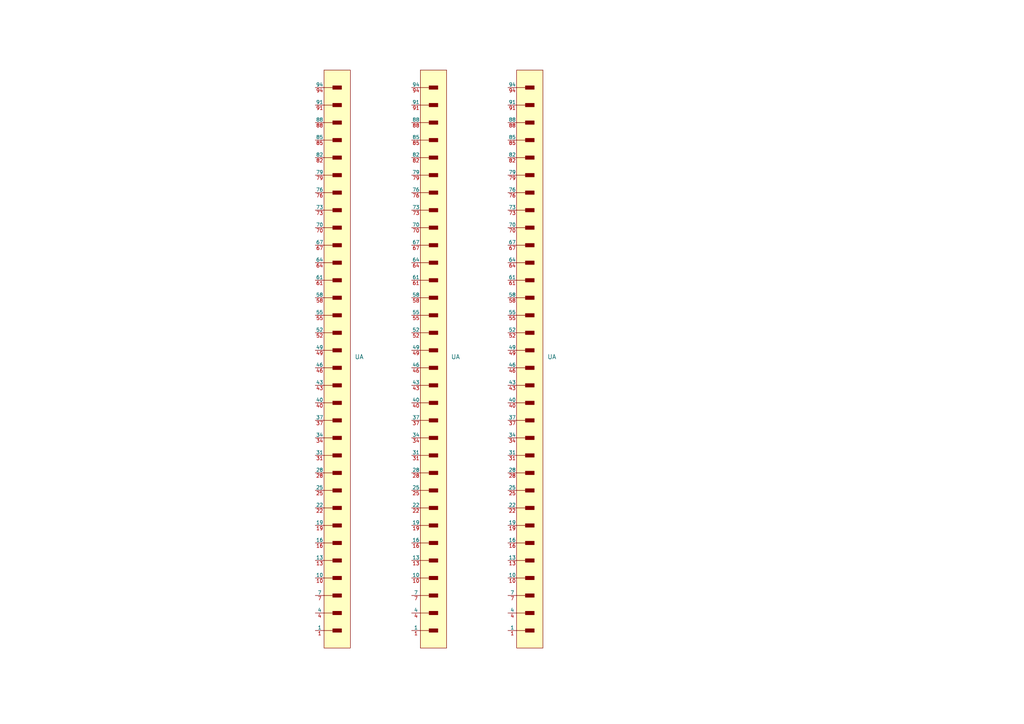
<source format=kicad_sch>
(kicad_sch (version 20220404) (generator eeschema)
  (paper "A4")
  (lib_symbols
    (symbol "09032967825:09032967825" (pin_names (offset 0))
      (property "Reference" "J" (at 0 7.62 0))
      (property "Value" "09032967825" (at 0 10.16 0))
      (symbol "09032967825_1_1"
        (rectangle (start -12.7 5.08) (end -5.08 -162.56) (fill (type background)))
        (rectangle (start -10.16 -156.972) (end -7.62 -157.988) (fill (type outline)))
        (rectangle (start -10.16 -151.892) (end -7.62 -152.908) (fill (type outline)))
        (rectangle (start -10.16 -146.812) (end -7.62 -147.828) (fill (type outline)))
        (rectangle (start -10.16 -141.732) (end -7.62 -142.748) (fill (type outline)))
        (rectangle (start -10.16 -136.652) (end -7.62 -137.668) (fill (type outline)))
        (rectangle (start -10.16 -131.572) (end -7.62 -132.588) (fill (type outline)))
        (rectangle (start -10.16 -126.492) (end -7.62 -127.508) (fill (type outline)))
        (rectangle (start -10.16 -121.412) (end -7.62 -122.428) (fill (type outline)))
        (rectangle (start -10.16 -116.332) (end -7.62 -117.348) (fill (type outline)))
        (rectangle (start -10.16 -111.252) (end -7.62 -112.268) (fill (type outline)))
        (rectangle (start -10.16 -106.172) (end -7.62 -107.188) (fill (type outline)))
        (rectangle (start -10.16 -101.092) (end -7.62 -102.108) (fill (type outline)))
        (rectangle (start -10.16 -96.012) (end -7.62 -97.028) (fill (type outline)))
        (rectangle (start -10.16 -90.932) (end -7.62 -91.948) (fill (type outline)))
        (rectangle (start -10.16 -85.852) (end -7.62 -86.868) (fill (type outline)))
        (rectangle (start -10.16 -80.772) (end -7.62 -81.788) (fill (type outline)))
        (rectangle (start -10.16 -75.692) (end -7.62 -76.708) (fill (type outline)))
        (rectangle (start -10.16 -70.612) (end -7.62 -71.628) (fill (type outline)))
        (rectangle (start -10.16 -65.532) (end -7.62 -66.548) (fill (type outline)))
        (rectangle (start -10.16 -60.452) (end -7.62 -61.468) (fill (type outline)))
        (rectangle (start -10.16 -55.372) (end -7.62 -56.388) (fill (type outline)))
        (rectangle (start -10.16 -50.292) (end -7.62 -51.308) (fill (type outline)))
        (rectangle (start -10.16 -45.212) (end -7.62 -46.228) (fill (type outline)))
        (rectangle (start -10.16 -40.132) (end -7.62 -41.148) (fill (type outline)))
        (rectangle (start -10.16 -35.052) (end -7.62 -36.068) (fill (type outline)))
        (rectangle (start -10.16 -29.972) (end -7.62 -30.988) (fill (type outline)))
        (rectangle (start -10.16 -24.892) (end -7.62 -25.908) (fill (type outline)))
        (rectangle (start -10.16 -19.812) (end -7.62 -20.828) (fill (type outline)))
        (rectangle (start -10.16 -14.732) (end -7.62 -15.748) (fill (type outline)))
        (rectangle (start -10.16 -9.652) (end -7.62 -10.668) (fill (type outline)))
        (rectangle (start -10.16 -4.572) (end -7.62 -5.588) (fill (type outline)))
        (rectangle (start -10.16 0.508) (end -7.62 -0.508) (fill (type outline)))
        (polyline (pts (xy -8.128 -157.48) (xy -5.08 -157.48)))
        (polyline (pts (xy -8.128 -152.4) (xy -5.08 -152.4)))
        (polyline (pts (xy -8.128 -147.32) (xy -5.08 -147.32)))
        (polyline (pts (xy -8.128 -142.24) (xy -5.08 -142.24)))
        (polyline (pts (xy -8.128 -137.16) (xy -5.08 -137.16)))
        (polyline (pts (xy -8.128 -132.08) (xy -5.08 -132.08)))
        (polyline (pts (xy -8.128 -127) (xy -5.08 -127)))
        (polyline (pts (xy -8.128 -121.92) (xy -5.08 -121.92)))
        (polyline (pts (xy -8.128 -116.84) (xy -5.08 -116.84)))
        (polyline (pts (xy -8.128 -111.76) (xy -5.08 -111.76)))
        (polyline (pts (xy -8.128 -106.68) (xy -5.08 -106.68)))
        (polyline (pts (xy -8.128 -101.6) (xy -5.08 -101.6)))
        (polyline (pts (xy -8.128 -96.52) (xy -5.08 -96.52)))
        (polyline (pts (xy -8.128 -91.44) (xy -5.08 -91.44)))
        (polyline (pts (xy -8.128 -86.36) (xy -5.08 -86.36)))
        (polyline (pts (xy -8.128 -81.28) (xy -5.08 -81.28)))
        (polyline (pts (xy -8.128 -76.2) (xy -5.08 -76.2)))
        (polyline (pts (xy -8.128 -71.12) (xy -5.08 -71.12)))
        (polyline (pts (xy -8.128 -66.04) (xy -5.08 -66.04)))
        (polyline (pts (xy -8.128 -60.96) (xy -5.08 -60.96)))
        (polyline (pts (xy -8.128 -55.88) (xy -5.08 -55.88)))
        (polyline (pts (xy -8.128 -50.8) (xy -5.08 -50.8)))
        (polyline (pts (xy -8.128 -45.72) (xy -5.08 -45.72)))
        (polyline (pts (xy -8.128 -40.64) (xy -5.08 -40.64)))
        (polyline (pts (xy -8.128 -35.56) (xy -5.08 -35.56)))
        (polyline (pts (xy -8.128 -30.48) (xy -5.08 -30.48)))
        (polyline (pts (xy -8.128 -25.4) (xy -5.08 -25.4)))
        (polyline (pts (xy -8.128 -20.32) (xy -5.08 -20.32)))
        (polyline (pts (xy -8.128 -15.24) (xy -5.08 -15.24)))
        (polyline (pts (xy -8.128 -10.16) (xy -5.08 -10.16)))
        (polyline (pts (xy -8.128 -5.08) (xy -5.08 -5.08)))
        (polyline (pts (xy -8.128 0) (xy -5.08 0)))
        (pin passive line (at -2.54 0 180) (length 2.54) (name "1") (number "1"))
        (pin passive line (at -2.54 -15.24 180) (length 2.54) (name "10") (number "10"))
        (pin passive line (at -2.54 -20.32 180) (length 2.54) (name "13") (number "13"))
        (pin passive line (at -2.54 -25.4 180) (length 2.54) (name "16") (number "16"))
        (pin passive line (at -2.54 -30.48 180) (length 2.54) (name "19") (number "19"))
        (pin passive line (at -2.54 -35.56 180) (length 2.54) (name "22") (number "22"))
        (pin passive line (at -2.54 -40.64 180) (length 2.54) (name "25") (number "25"))
        (pin passive line (at -2.54 -45.72 180) (length 2.54) (name "28") (number "28"))
        (pin passive line (at -2.54 -50.8 180) (length 2.54) (name "31") (number "31"))
        (pin passive line (at -2.54 -55.88 180) (length 2.54) (name "34") (number "34"))
        (pin passive line (at -2.54 -60.96 180) (length 2.54) (name "37") (number "37"))
        (pin passive line (at -2.54 -5.08 180) (length 2.54) (name "4") (number "4"))
        (pin passive line (at -2.54 -66.04 180) (length 2.54) (name "40") (number "40"))
        (pin passive line (at -2.54 -71.12 180) (length 2.54) (name "43") (number "43"))
        (pin passive line (at -2.54 -76.2 180) (length 2.54) (name "46") (number "46"))
        (pin passive line (at -2.54 -81.28 180) (length 2.54) (name "49") (number "49"))
        (pin passive line (at -2.54 -86.36 180) (length 2.54) (name "52") (number "52"))
        (pin passive line (at -2.54 -91.44 180) (length 2.54) (name "55") (number "55"))
        (pin passive line (at -2.54 -96.52 180) (length 2.54) (name "58") (number "58"))
        (pin passive line (at -2.54 -101.6 180) (length 2.54) (name "61") (number "61"))
        (pin passive line (at -2.54 -106.68 180) (length 2.54) (name "64") (number "64"))
        (pin passive line (at -2.54 -111.76 180) (length 2.54) (name "67") (number "67"))
        (pin passive line (at -2.54 -10.16 180) (length 2.54) (name "7") (number "7"))
        (pin passive line (at -2.54 -116.84 180) (length 2.54) (name "70") (number "70"))
        (pin passive line (at -2.54 -121.92 180) (length 2.54) (name "73") (number "73"))
        (pin passive line (at -2.54 -127 180) (length 2.54) (name "76") (number "76"))
        (pin passive line (at -2.54 -132.08 180) (length 2.54) (name "79") (number "79"))
        (pin passive line (at -2.54 -137.16 180) (length 2.54) (name "82") (number "82"))
        (pin passive line (at -2.54 -142.24 180) (length 2.54) (name "85") (number "85"))
        (pin passive line (at -2.54 -147.32 180) (length 2.54) (name "88") (number "88"))
        (pin passive line (at -2.54 -152.4 180) (length 2.54) (name "91") (number "91"))
        (pin passive line (at -2.54 -157.48 180) (length 2.54) (name "94") (number "94"))
      )
      (symbol "09032967825_2_1"
        (rectangle (start -12.7 5.08) (end -5.08 -162.56) (fill (type background)))
        (rectangle (start -10.16 -156.972) (end -7.62 -157.988) (fill (type outline)))
        (rectangle (start -10.16 -151.892) (end -7.62 -152.908) (fill (type outline)))
        (rectangle (start -10.16 -146.812) (end -7.62 -147.828) (fill (type outline)))
        (rectangle (start -10.16 -141.732) (end -7.62 -142.748) (fill (type outline)))
        (rectangle (start -10.16 -136.652) (end -7.62 -137.668) (fill (type outline)))
        (rectangle (start -10.16 -131.572) (end -7.62 -132.588) (fill (type outline)))
        (rectangle (start -10.16 -126.492) (end -7.62 -127.508) (fill (type outline)))
        (rectangle (start -10.16 -121.412) (end -7.62 -122.428) (fill (type outline)))
        (rectangle (start -10.16 -116.332) (end -7.62 -117.348) (fill (type outline)))
        (rectangle (start -10.16 -111.252) (end -7.62 -112.268) (fill (type outline)))
        (rectangle (start -10.16 -106.172) (end -7.62 -107.188) (fill (type outline)))
        (rectangle (start -10.16 -101.092) (end -7.62 -102.108) (fill (type outline)))
        (rectangle (start -10.16 -96.012) (end -7.62 -97.028) (fill (type outline)))
        (rectangle (start -10.16 -90.932) (end -7.62 -91.948) (fill (type outline)))
        (rectangle (start -10.16 -85.852) (end -7.62 -86.868) (fill (type outline)))
        (rectangle (start -10.16 -80.772) (end -7.62 -81.788) (fill (type outline)))
        (rectangle (start -10.16 -75.692) (end -7.62 -76.708) (fill (type outline)))
        (rectangle (start -10.16 -70.612) (end -7.62 -71.628) (fill (type outline)))
        (rectangle (start -10.16 -65.532) (end -7.62 -66.548) (fill (type outline)))
        (rectangle (start -10.16 -60.452) (end -7.62 -61.468) (fill (type outline)))
        (rectangle (start -10.16 -55.372) (end -7.62 -56.388) (fill (type outline)))
        (rectangle (start -10.16 -50.292) (end -7.62 -51.308) (fill (type outline)))
        (rectangle (start -10.16 -45.212) (end -7.62 -46.228) (fill (type outline)))
        (rectangle (start -10.16 -40.132) (end -7.62 -41.148) (fill (type outline)))
        (rectangle (start -10.16 -35.052) (end -7.62 -36.068) (fill (type outline)))
        (rectangle (start -10.16 -29.972) (end -7.62 -30.988) (fill (type outline)))
        (rectangle (start -10.16 -24.892) (end -7.62 -25.908) (fill (type outline)))
        (rectangle (start -10.16 -19.812) (end -7.62 -20.828) (fill (type outline)))
        (rectangle (start -10.16 -14.732) (end -7.62 -15.748) (fill (type outline)))
        (rectangle (start -10.16 -9.652) (end -7.62 -10.668) (fill (type outline)))
        (rectangle (start -10.16 -4.572) (end -7.62 -5.588) (fill (type outline)))
        (rectangle (start -10.16 0.508) (end -7.62 -0.508) (fill (type outline)))
        (polyline (pts (xy -8.128 -157.48) (xy -5.08 -157.48)))
        (polyline (pts (xy -8.128 -152.4) (xy -5.08 -152.4)))
        (polyline (pts (xy -8.128 -147.32) (xy -5.08 -147.32)))
        (polyline (pts (xy -8.128 -142.24) (xy -5.08 -142.24)))
        (polyline (pts (xy -8.128 -137.16) (xy -5.08 -137.16)))
        (polyline (pts (xy -8.128 -132.08) (xy -5.08 -132.08)))
        (polyline (pts (xy -8.128 -127) (xy -5.08 -127)))
        (polyline (pts (xy -8.128 -121.92) (xy -5.08 -121.92)))
        (polyline (pts (xy -8.128 -116.84) (xy -5.08 -116.84)))
        (polyline (pts (xy -8.128 -111.76) (xy -5.08 -111.76)))
        (polyline (pts (xy -8.128 -106.68) (xy -5.08 -106.68)))
        (polyline (pts (xy -8.128 -101.6) (xy -5.08 -101.6)))
        (polyline (pts (xy -8.128 -96.52) (xy -5.08 -96.52)))
        (polyline (pts (xy -8.128 -91.44) (xy -5.08 -91.44)))
        (polyline (pts (xy -8.128 -86.36) (xy -5.08 -86.36)))
        (polyline (pts (xy -8.128 -81.28) (xy -5.08 -81.28)))
        (polyline (pts (xy -8.128 -76.2) (xy -5.08 -76.2)))
        (polyline (pts (xy -8.128 -71.12) (xy -5.08 -71.12)))
        (polyline (pts (xy -8.128 -66.04) (xy -5.08 -66.04)))
        (polyline (pts (xy -8.128 -60.96) (xy -5.08 -60.96)))
        (polyline (pts (xy -8.128 -55.88) (xy -5.08 -55.88)))
        (polyline (pts (xy -8.128 -50.8) (xy -5.08 -50.8)))
        (polyline (pts (xy -8.128 -45.72) (xy -5.08 -45.72)))
        (polyline (pts (xy -8.128 -40.64) (xy -5.08 -40.64)))
        (polyline (pts (xy -8.128 -35.56) (xy -5.08 -35.56)))
        (polyline (pts (xy -8.128 -30.48) (xy -5.08 -30.48)))
        (polyline (pts (xy -8.128 -25.4) (xy -5.08 -25.4)))
        (polyline (pts (xy -8.128 -20.32) (xy -5.08 -20.32)))
        (polyline (pts (xy -8.128 -15.24) (xy -5.08 -15.24)))
        (polyline (pts (xy -8.128 -10.16) (xy -5.08 -10.16)))
        (polyline (pts (xy -8.128 -5.08) (xy -5.08 -5.08)))
        (polyline (pts (xy -8.128 0) (xy -5.08 0)))
        (pin passive line (at -2.54 -15.24 180) (length 2.54) (name "11") (number "11"))
        (pin passive line (at -2.54 -20.32 180) (length 2.54) (name "14") (number "14"))
        (pin passive line (at -2.54 -25.4 180) (length 2.54) (name "17") (number "17"))
        (pin passive line (at -2.54 0 180) (length 2.54) (name "2") (number "2"))
        (pin passive line (at -2.54 -30.48 180) (length 2.54) (name "20") (number "20"))
        (pin passive line (at -2.54 -35.56 180) (length 2.54) (name "23") (number "23"))
        (pin passive line (at -2.54 -40.64 180) (length 2.54) (name "26") (number "26"))
        (pin passive line (at -2.54 -45.72 180) (length 2.54) (name "29") (number "29"))
        (pin passive line (at -2.54 -50.8 180) (length 2.54) (name "32") (number "32"))
        (pin passive line (at -2.54 -55.88 180) (length 2.54) (name "35") (number "35"))
        (pin passive line (at -2.54 -60.96 180) (length 2.54) (name "38") (number "38"))
        (pin passive line (at -2.54 -66.04 180) (length 2.54) (name "41") (number "41"))
        (pin passive line (at -2.54 -71.12 180) (length 2.54) (name "44") (number "44"))
        (pin passive line (at -2.54 -76.2 180) (length 2.54) (name "47") (number "47"))
        (pin passive line (at -2.54 -5.08 180) (length 2.54) (name "5") (number "5"))
        (pin passive line (at -2.54 -81.28 180) (length 2.54) (name "50") (number "50"))
        (pin passive line (at -2.54 -86.36 180) (length 2.54) (name "53") (number "53"))
        (pin passive line (at -2.54 -91.44 180) (length 2.54) (name "56") (number "56"))
        (pin passive line (at -2.54 -96.52 180) (length 2.54) (name "59") (number "59"))
        (pin passive line (at -2.54 -101.6 180) (length 2.54) (name "62") (number "62"))
        (pin passive line (at -2.54 -106.68 180) (length 2.54) (name "65") (number "65"))
        (pin passive line (at -2.54 -111.76 180) (length 2.54) (name "68") (number "68"))
        (pin passive line (at -2.54 -116.84 180) (length 2.54) (name "71") (number "71"))
        (pin passive line (at -2.54 -121.92 180) (length 2.54) (name "74") (number "74"))
        (pin passive line (at -2.54 -127 180) (length 2.54) (name "77") (number "77"))
        (pin passive line (at -2.54 -10.16 180) (length 2.54) (name "8") (number "8"))
        (pin passive line (at -2.54 -132.08 180) (length 2.54) (name "80") (number "80"))
        (pin passive line (at -2.54 -137.16 180) (length 2.54) (name "83") (number "83"))
        (pin passive line (at -2.54 -142.24 180) (length 2.54) (name "86") (number "86"))
        (pin passive line (at -2.54 -147.32 180) (length 2.54) (name "89") (number "89"))
        (pin passive line (at -2.54 -152.4 180) (length 2.54) (name "92") (number "92"))
        (pin passive line (at -2.54 -157.48 180) (length 2.54) (name "95") (number "95"))
      )
      (symbol "09032967825_3_1"
        (rectangle (start -12.7 5.08) (end -5.08 -162.56) (fill (type background)))
        (rectangle (start -10.16 -156.972) (end -7.62 -157.988) (fill (type outline)))
        (rectangle (start -10.16 -151.892) (end -7.62 -152.908) (fill (type outline)))
        (rectangle (start -10.16 -146.812) (end -7.62 -147.828) (fill (type outline)))
        (rectangle (start -10.16 -141.732) (end -7.62 -142.748) (fill (type outline)))
        (rectangle (start -10.16 -136.652) (end -7.62 -137.668) (fill (type outline)))
        (rectangle (start -10.16 -131.572) (end -7.62 -132.588) (fill (type outline)))
        (rectangle (start -10.16 -126.492) (end -7.62 -127.508) (fill (type outline)))
        (rectangle (start -10.16 -121.412) (end -7.62 -122.428) (fill (type outline)))
        (rectangle (start -10.16 -116.332) (end -7.62 -117.348) (fill (type outline)))
        (rectangle (start -10.16 -111.252) (end -7.62 -112.268) (fill (type outline)))
        (rectangle (start -10.16 -106.172) (end -7.62 -107.188) (fill (type outline)))
        (rectangle (start -10.16 -101.092) (end -7.62 -102.108) (fill (type outline)))
        (rectangle (start -10.16 -96.012) (end -7.62 -97.028) (fill (type outline)))
        (rectangle (start -10.16 -90.932) (end -7.62 -91.948) (fill (type outline)))
        (rectangle (start -10.16 -85.852) (end -7.62 -86.868) (fill (type outline)))
        (rectangle (start -10.16 -80.772) (end -7.62 -81.788) (fill (type outline)))
        (rectangle (start -10.16 -75.692) (end -7.62 -76.708) (fill (type outline)))
        (rectangle (start -10.16 -70.612) (end -7.62 -71.628) (fill (type outline)))
        (rectangle (start -10.16 -65.532) (end -7.62 -66.548) (fill (type outline)))
        (rectangle (start -10.16 -60.452) (end -7.62 -61.468) (fill (type outline)))
        (rectangle (start -10.16 -55.372) (end -7.62 -56.388) (fill (type outline)))
        (rectangle (start -10.16 -50.292) (end -7.62 -51.308) (fill (type outline)))
        (rectangle (start -10.16 -45.212) (end -7.62 -46.228) (fill (type outline)))
        (rectangle (start -10.16 -40.132) (end -7.62 -41.148) (fill (type outline)))
        (rectangle (start -10.16 -35.052) (end -7.62 -36.068) (fill (type outline)))
        (rectangle (start -10.16 -29.972) (end -7.62 -30.988) (fill (type outline)))
        (rectangle (start -10.16 -24.892) (end -7.62 -25.908) (fill (type outline)))
        (rectangle (start -10.16 -19.812) (end -7.62 -20.828) (fill (type outline)))
        (rectangle (start -10.16 -14.732) (end -7.62 -15.748) (fill (type outline)))
        (rectangle (start -10.16 -9.652) (end -7.62 -10.668) (fill (type outline)))
        (rectangle (start -10.16 -4.572) (end -7.62 -5.588) (fill (type outline)))
        (rectangle (start -10.16 0.508) (end -7.62 -0.508) (fill (type outline)))
        (polyline (pts (xy -8.128 -157.48) (xy -5.08 -157.48)))
        (polyline (pts (xy -8.128 -152.4) (xy -5.08 -152.4)))
        (polyline (pts (xy -8.128 -147.32) (xy -5.08 -147.32)))
        (polyline (pts (xy -8.128 -142.24) (xy -5.08 -142.24)))
        (polyline (pts (xy -8.128 -137.16) (xy -5.08 -137.16)))
        (polyline (pts (xy -8.128 -132.08) (xy -5.08 -132.08)))
        (polyline (pts (xy -8.128 -127) (xy -5.08 -127)))
        (polyline (pts (xy -8.128 -121.92) (xy -5.08 -121.92)))
        (polyline (pts (xy -8.128 -116.84) (xy -5.08 -116.84)))
        (polyline (pts (xy -8.128 -111.76) (xy -5.08 -111.76)))
        (polyline (pts (xy -8.128 -106.68) (xy -5.08 -106.68)))
        (polyline (pts (xy -8.128 -101.6) (xy -5.08 -101.6)))
        (polyline (pts (xy -8.128 -96.52) (xy -5.08 -96.52)))
        (polyline (pts (xy -8.128 -91.44) (xy -5.08 -91.44)))
        (polyline (pts (xy -8.128 -86.36) (xy -5.08 -86.36)))
        (polyline (pts (xy -8.128 -81.28) (xy -5.08 -81.28)))
        (polyline (pts (xy -8.128 -76.2) (xy -5.08 -76.2)))
        (polyline (pts (xy -8.128 -71.12) (xy -5.08 -71.12)))
        (polyline (pts (xy -8.128 -66.04) (xy -5.08 -66.04)))
        (polyline (pts (xy -8.128 -60.96) (xy -5.08 -60.96)))
        (polyline (pts (xy -8.128 -55.88) (xy -5.08 -55.88)))
        (polyline (pts (xy -8.128 -50.8) (xy -5.08 -50.8)))
        (polyline (pts (xy -8.128 -45.72) (xy -5.08 -45.72)))
        (polyline (pts (xy -8.128 -40.64) (xy -5.08 -40.64)))
        (polyline (pts (xy -8.128 -35.56) (xy -5.08 -35.56)))
        (polyline (pts (xy -8.128 -30.48) (xy -5.08 -30.48)))
        (polyline (pts (xy -8.128 -25.4) (xy -5.08 -25.4)))
        (polyline (pts (xy -8.128 -20.32) (xy -5.08 -20.32)))
        (polyline (pts (xy -8.128 -15.24) (xy -5.08 -15.24)))
        (polyline (pts (xy -8.128 -10.16) (xy -5.08 -10.16)))
        (polyline (pts (xy -8.128 -5.08) (xy -5.08 -5.08)))
        (polyline (pts (xy -8.128 0) (xy -5.08 0)))
        (pin passive line (at -2.54 -15.24 180) (length 2.54) (name "12") (number "12"))
        (pin passive line (at -2.54 -20.32 180) (length 2.54) (name "15") (number "15"))
        (pin passive line (at -2.54 -25.4 180) (length 2.54) (name "18") (number "18"))
        (pin passive line (at -2.54 -30.48 180) (length 2.54) (name "21") (number "21"))
        (pin passive line (at -2.54 -35.56 180) (length 2.54) (name "24") (number "24"))
        (pin passive line (at -2.54 -40.64 180) (length 2.54) (name "27") (number "27"))
        (pin passive line (at -2.54 0 180) (length 2.54) (name "3") (number "3"))
        (pin passive line (at -2.54 -45.72 180) (length 2.54) (name "30") (number "30"))
        (pin passive line (at -2.54 -50.8 180) (length 2.54) (name "33") (number "33"))
        (pin passive line (at -2.54 -55.88 180) (length 2.54) (name "36") (number "36"))
        (pin passive line (at -2.54 -60.96 180) (length 2.54) (name "39") (number "39"))
        (pin passive line (at -2.54 -66.04 180) (length 2.54) (name "42") (number "42"))
        (pin passive line (at -2.54 -71.12 180) (length 2.54) (name "45") (number "45"))
        (pin passive line (at -2.54 -76.2 180) (length 2.54) (name "48") (number "48"))
        (pin passive line (at -2.54 -81.28 180) (length 2.54) (name "51") (number "51"))
        (pin passive line (at -2.54 -86.36 180) (length 2.54) (name "54") (number "54"))
        (pin passive line (at -2.54 -91.44 180) (length 2.54) (name "57") (number "57"))
        (pin passive line (at -2.54 -5.08 180) (length 2.54) (name "6") (number "6"))
        (pin passive line (at -2.54 -96.52 180) (length 2.54) (name "60") (number "60"))
        (pin passive line (at -2.54 -101.6 180) (length 2.54) (name "63") (number "63"))
        (pin passive line (at -2.54 -106.68 180) (length 2.54) (name "66") (number "66"))
        (pin passive line (at -2.54 -111.76 180) (length 2.54) (name "69") (number "69"))
        (pin passive line (at -2.54 -116.84 180) (length 2.54) (name "72") (number "72"))
        (pin passive line (at -2.54 -121.92 180) (length 2.54) (name "75") (number "75"))
        (pin passive line (at -2.54 -127 180) (length 2.54) (name "78") (number "78"))
        (pin passive line (at -2.54 -132.08 180) (length 2.54) (name "81") (number "81"))
        (pin passive line (at -2.54 -137.16 180) (length 2.54) (name "84") (number "84"))
        (pin passive line (at -2.54 -142.24 180) (length 2.54) (name "87") (number "87"))
        (pin passive line (at -2.54 -10.16 180) (length 2.54) (name "9") (number "9"))
        (pin passive line (at -2.54 -147.32 180) (length 2.54) (name "90") (number "90"))
        (pin passive line (at -2.54 -152.4 180) (length 2.54) (name "93") (number "93"))
        (pin passive line (at -2.54 -157.48 180) (length 2.54) (name "96") (number "96"))
      )
    )
  )
  (symbol (lib_id "09032967825:09032967825") (at 88.9 182.88 180) (unit 1)
    (default_instance (reference "U") (unit 1) (value "") (footprint ""))
    (property "Reference" "U" (at 102.87 103.505 0) (effects (justify right)))
    (property "Datasheet" "https://b2b.harting.com/files/download/PRD/PDF_DS/09031200203_100580339DRW000B.pdf" (effects hide))
    (property "category" "Conn" (effects hide))
    (property "contact material" "Gold,Tin" (effects hide))
    (property "current rating" "2A" (effects hide))
    (property "device class L1" "Connectors" (effects hide))
    (property "device class L2" "Headers and Wire Housings" (effects hide))
    (property "device class L3" "unset" (effects hide))
    (property "digikey description" "DIN-SIGNAL C096MS-3,0C1-2" (effects hide))
    (property "digikey part number" "1195-1155-ND" (effects hide))
    (property "footprint url" "https://b2b.harting.com/files/download/PRD/PDF_TS/0903196X921_100072506DRW318C.pdf" (effects hide))
    (property "height" "11mm" (effects hide))
    (property "is connector" "yes" (effects hide))
    (property "is male" "yes" (effects hide))
    (property "lead free" "yes" (effects hide))
    (property "library id" "da8e1b99bd9ebd5c" (effects hide))
    (property "manufacturer" "Harting" (effects hide))
    (property "mouser part number" "617-09-03-196-6921" (effects hide))
    (property "number of contacts" "96" (effects hide))
    (property "number of rows" "3" (effects hide))
    (property "package" "HDR96" (effects hide))
    (property "rohs" "yes" (effects hide))
    (property "temperature range high" "+125°C" (effects hide))
    (property "temperature range low" "-55°C" (effects hide))
  )
  (symbol (lib_id "09032967825:09032967825") (at 144.78 182.88 180) (unit 1)
    (default_instance (reference "U") (unit 1) (value "") (footprint ""))
    (property "Reference" "U" (at 158.75 103.505 0) (effects (justify right)))
    (property "Datasheet" "https://b2b.harting.com/files/download/PRD/PDF_DS/09031200203_100580339DRW000B.pdf" (effects hide))
    (property "category" "Conn" (effects hide))
    (property "contact material" "Gold,Tin" (effects hide))
    (property "current rating" "2A" (effects hide))
    (property "device class L1" "Connectors" (effects hide))
    (property "device class L2" "Headers and Wire Housings" (effects hide))
    (property "device class L3" "unset" (effects hide))
    (property "digikey description" "DIN-SIGNAL C096MS-3,0C1-2" (effects hide))
    (property "digikey part number" "1195-1155-ND" (effects hide))
    (property "footprint url" "https://b2b.harting.com/files/download/PRD/PDF_TS/0903196X921_100072506DRW318C.pdf" (effects hide))
    (property "height" "11mm" (effects hide))
    (property "is connector" "yes" (effects hide))
    (property "is male" "yes" (effects hide))
    (property "lead free" "yes" (effects hide))
    (property "library id" "da8e1b99bd9ebd5c" (effects hide))
    (property "manufacturer" "Harting" (effects hide))
    (property "mouser part number" "617-09-03-196-6921" (effects hide))
    (property "number of contacts" "96" (effects hide))
    (property "number of rows" "3" (effects hide))
    (property "package" "HDR96" (effects hide))
    (property "rohs" "yes" (effects hide))
    (property "temperature range high" "+125°C" (effects hide))
    (property "temperature range low" "-55°C" (effects hide))
  )
  (symbol (lib_id "09032967825:09032967825") (at 116.84 182.88 180) (unit 1)
    (default_instance (reference "U") (unit 1) (value "") (footprint ""))
    (property "Reference" "U" (at 130.81 103.505 0) (effects (justify right)))
    (property "Datasheet" "https://b2b.harting.com/files/download/PRD/PDF_DS/09031200203_100580339DRW000B.pdf" (effects hide))
    (property "category" "Conn" (effects hide))
    (property "contact material" "Gold,Tin" (effects hide))
    (property "current rating" "2A" (effects hide))
    (property "device class L1" "Connectors" (effects hide))
    (property "device class L2" "Headers and Wire Housings" (effects hide))
    (property "device class L3" "unset" (effects hide))
    (property "digikey description" "DIN-SIGNAL C096MS-3,0C1-2" (effects hide))
    (property "digikey part number" "1195-1155-ND" (effects hide))
    (property "footprint url" "https://b2b.harting.com/files/download/PRD/PDF_TS/0903196X921_100072506DRW318C.pdf" (effects hide))
    (property "height" "11mm" (effects hide))
    (property "is connector" "yes" (effects hide))
    (property "is male" "yes" (effects hide))
    (property "lead free" "yes" (effects hide))
    (property "library id" "da8e1b99bd9ebd5c" (effects hide))
    (property "manufacturer" "Harting" (effects hide))
    (property "mouser part number" "617-09-03-196-6921" (effects hide))
    (property "number of contacts" "96" (effects hide))
    (property "number of rows" "3" (effects hide))
    (property "package" "HDR96" (effects hide))
    (property "rohs" "yes" (effects hide))
    (property "temperature range high" "+125°C" (effects hide))
    (property "temperature range low" "-55°C" (effects hide))
  )
)
</source>
